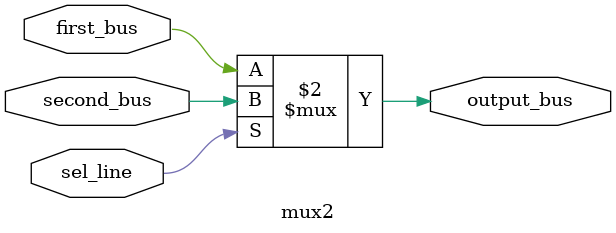
<source format=v>
module mux2(
  first_bus,
  second_bus,
  sel_line,
  output_bus
);
input first_bus;
input second_bus;
output output_bus;
input wire sel_line;
assign output_bus = (sel_line==0)?first_bus:second_bus;

endmodule // Mux2
</source>
